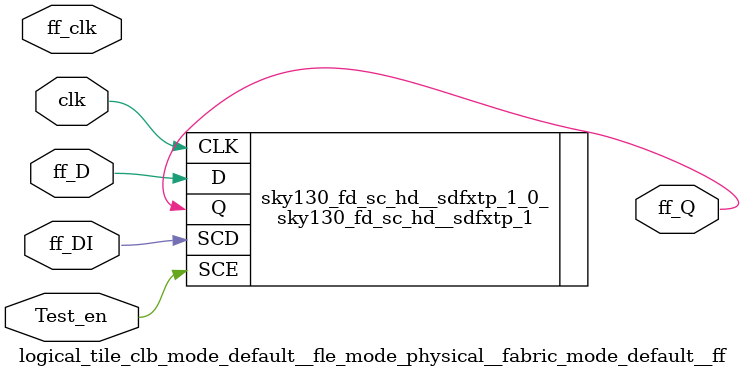
<source format=v>
`timescale 1ns / 1ps

module logical_tile_clb_mode_default__fle_mode_physical__fabric_mode_default__ff(Test_en,
                                                                                 clk,
                                                                                 ff_D,
                                                                                 ff_DI,
                                                                                 ff_Q,
                                                                                 ff_clk);
//
input [0:0] Test_en;
//
input [0:0] clk;
//
input [0:0] ff_D;
//
input [0:0] ff_DI;
//
output [0:0] ff_Q;
//
input [0:0] ff_clk;

//
wire [0:0] ff_D;
wire [0:0] ff_DI;
wire [0:0] ff_Q;
wire [0:0] ff_clk;
//


//
//



//
//
//
//

	sky130_fd_sc_hd__sdfxtp_1 sky130_fd_sc_hd__sdfxtp_1_0_ (
		.SCE(Test_en[0]),
		.CLK(clk[0]),
		.D(ff_D[0]),
		.SCD(ff_DI[0]),
		.Q(ff_Q[0]));

endmodule
//



</source>
